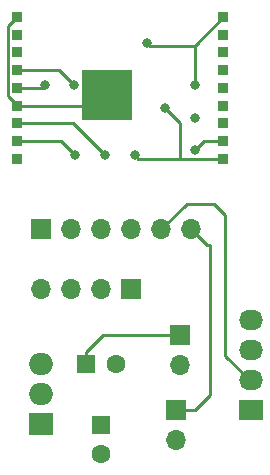
<source format=gbr>
G04 #@! TF.GenerationSoftware,KiCad,Pcbnew,5.0.2+dfsg1-1*
G04 #@! TF.CreationDate,2019-05-02T19:47:23-04:00*
G04 #@! TF.ProjectId,v1,76312e6b-6963-4616-945f-706362585858,rev?*
G04 #@! TF.SameCoordinates,Original*
G04 #@! TF.FileFunction,Copper,L2,Bot*
G04 #@! TF.FilePolarity,Positive*
%FSLAX46Y46*%
G04 Gerber Fmt 4.6, Leading zero omitted, Abs format (unit mm)*
G04 Created by KiCad (PCBNEW 5.0.2+dfsg1-1) date Thu 02 May 2019 07:47:23 PM EDT*
%MOMM*%
%LPD*%
G01*
G04 APERTURE LIST*
G04 #@! TA.AperFunction,ComponentPad*
%ADD10R,2.032000X1.727200*%
G04 #@! TD*
G04 #@! TA.AperFunction,ComponentPad*
%ADD11O,2.032000X1.727200*%
G04 #@! TD*
G04 #@! TA.AperFunction,ComponentPad*
%ADD12O,1.700000X1.700000*%
G04 #@! TD*
G04 #@! TA.AperFunction,ComponentPad*
%ADD13R,1.700000X1.700000*%
G04 #@! TD*
G04 #@! TA.AperFunction,ComponentPad*
%ADD14C,1.600000*%
G04 #@! TD*
G04 #@! TA.AperFunction,ComponentPad*
%ADD15R,1.600000X1.600000*%
G04 #@! TD*
G04 #@! TA.AperFunction,ComponentPad*
%ADD16R,2.000000X1.905000*%
G04 #@! TD*
G04 #@! TA.AperFunction,ComponentPad*
%ADD17O,2.000000X1.905000*%
G04 #@! TD*
G04 #@! TA.AperFunction,SMDPad,CuDef*
%ADD18R,0.850000X0.912500*%
G04 #@! TD*
G04 #@! TA.AperFunction,SMDPad,CuDef*
%ADD19R,4.300000X4.300000*%
G04 #@! TD*
G04 #@! TA.AperFunction,ViaPad*
%ADD20C,0.800000*%
G04 #@! TD*
G04 #@! TA.AperFunction,Conductor*
%ADD21C,0.250000*%
G04 #@! TD*
G04 APERTURE END LIST*
D10*
G04 #@! TO.P,U3,1*
G04 #@! TO.N,Net-(C2-Pad1)*
X125420899Y-121920000D03*
D11*
G04 #@! TO.P,U3,2*
G04 #@! TO.N,Net-(J2-Pad5)*
X125420899Y-119380000D03*
G04 #@! TO.P,U3,3*
G04 #@! TO.N,N/C*
X125420899Y-116840000D03*
G04 #@! TO.P,U3,4*
G04 #@! TO.N,Earth*
X125420899Y-114300000D03*
G04 #@! TD*
D12*
G04 #@! TO.P,J2,6*
G04 #@! TO.N,Net-(J2-Pad6)*
X120340899Y-106587584D03*
G04 #@! TO.P,J2,5*
G04 #@! TO.N,Net-(J2-Pad5)*
X117800899Y-106587584D03*
G04 #@! TO.P,J2,4*
G04 #@! TO.N,Earth*
X115260899Y-106587584D03*
G04 #@! TO.P,J2,3*
G04 #@! TO.N,Net-(J2-Pad3)*
X112720899Y-106587584D03*
G04 #@! TO.P,J2,2*
G04 #@! TO.N,Net-(J2-Pad2)*
X110180899Y-106587584D03*
D13*
G04 #@! TO.P,J2,1*
G04 #@! TO.N,Net-(C2-Pad1)*
X107640899Y-106587584D03*
G04 #@! TD*
D14*
G04 #@! TO.P,C2,2*
G04 #@! TO.N,Earth*
X112720899Y-125637584D03*
D15*
G04 #@! TO.P,C2,1*
G04 #@! TO.N,Net-(C2-Pad1)*
X112720899Y-123137584D03*
G04 #@! TD*
G04 #@! TO.P,C1,1*
G04 #@! TO.N,Net-(C1-Pad1)*
X111450899Y-118017584D03*
D14*
G04 #@! TO.P,C1,2*
G04 #@! TO.N,Earth*
X113950899Y-118017584D03*
G04 #@! TD*
D12*
G04 #@! TO.P,Prog1,2*
G04 #@! TO.N,Earth*
X119070899Y-124460000D03*
D13*
G04 #@! TO.P,Prog1,1*
G04 #@! TO.N,Net-(J2-Pad6)*
X119070899Y-121920000D03*
G04 #@! TD*
G04 #@! TO.P,Power1,1*
G04 #@! TO.N,Net-(C1-Pad1)*
X119380000Y-115570000D03*
D12*
G04 #@! TO.P,Power1,2*
G04 #@! TO.N,Earth*
X119380000Y-118110000D03*
G04 #@! TD*
D13*
G04 #@! TO.P,TTL1,1*
G04 #@! TO.N,Earth*
X115260899Y-111667584D03*
D12*
G04 #@! TO.P,TTL1,2*
G04 #@! TO.N,Net-(J2-Pad3)*
X112720899Y-111667584D03*
G04 #@! TO.P,TTL1,3*
G04 #@! TO.N,Net-(J2-Pad2)*
X110180899Y-111667584D03*
G04 #@! TO.P,TTL1,4*
G04 #@! TO.N,Net-(C2-Pad1)*
X107640899Y-111667584D03*
G04 #@! TD*
D16*
G04 #@! TO.P,U2,1*
G04 #@! TO.N,Earth*
X107640899Y-123097584D03*
D17*
G04 #@! TO.P,U2,2*
G04 #@! TO.N,Net-(C2-Pad1)*
X107640899Y-120557584D03*
G04 #@! TO.P,U2,3*
G04 #@! TO.N,Net-(C1-Pad1)*
X107640899Y-118017584D03*
G04 #@! TD*
D18*
G04 #@! TO.P,U1,18*
G04 #@! TO.N,Net-(J1-Pad4)*
X105562500Y-88615000D03*
G04 #@! TO.P,U1,17*
G04 #@! TO.N,Net-(U1-Pad17)*
X105562500Y-90115000D03*
G04 #@! TO.P,U1,16*
G04 #@! TO.N,Net-(U1-Pad16)*
X105562500Y-91615000D03*
G04 #@! TO.P,U1,15*
G04 #@! TO.N,Net-(R1-Pad2)*
X105562500Y-93115000D03*
G04 #@! TO.P,U1,14*
G04 #@! TO.N,Net-(J1-Pad5)*
X105562500Y-94615000D03*
G04 #@! TO.P,U1,13*
G04 #@! TO.N,Net-(J1-Pad4)*
X105562500Y-96115000D03*
G04 #@! TO.P,U1,12*
G04 #@! TO.N,Net-(J1-Pad3)*
X105562500Y-97615000D03*
G04 #@! TO.P,U1,11*
G04 #@! TO.N,Net-(J1-Pad2)*
X105562500Y-99115000D03*
G04 #@! TO.P,U1,10*
G04 #@! TO.N,Net-(U1-Pad10)*
X105562500Y-100615000D03*
G04 #@! TO.P,U1,9*
G04 #@! TO.N,Net-(J1-Pad4)*
X123037500Y-100615000D03*
G04 #@! TO.P,U1,8*
G04 #@! TO.N,Net-(J1-Pad6)*
X123037500Y-99115000D03*
G04 #@! TO.P,U1,7*
G04 #@! TO.N,Net-(U1-Pad7)*
X123037500Y-97615000D03*
G04 #@! TO.P,U1,6*
G04 #@! TO.N,Net-(R5-Pad1)*
X123037500Y-96115000D03*
G04 #@! TO.P,U1,5*
G04 #@! TO.N,Net-(U1-Pad5)*
X123037500Y-94615000D03*
G04 #@! TO.P,U1,4*
G04 #@! TO.N,Net-(U1-Pad4)*
X123037500Y-93115000D03*
G04 #@! TO.P,U1,3*
G04 #@! TO.N,Net-(U1-Pad3)*
X123037500Y-91615000D03*
G04 #@! TO.P,U1,2*
G04 #@! TO.N,Net-(R2-Pad2)*
X123037500Y-90115000D03*
G04 #@! TO.P,U1,1*
G04 #@! TO.N,Net-(J1-Pad1)*
X123037500Y-88615000D03*
D19*
G04 #@! TO.P,U1,19*
G04 #@! TO.N,Net-(J1-Pad4)*
X113180000Y-95195000D03*
G04 #@! TD*
D20*
G04 #@! TO.N,Net-(R1-Pad2)*
X110429998Y-94397500D03*
G04 #@! TO.N,Net-(R2-Pad2)*
X123037500Y-90115000D03*
G04 #@! TO.N,Net-(R5-Pad1)*
X123037500Y-96115000D03*
G04 #@! TO.N,Net-(J1-Pad1)*
X120650000Y-94397500D03*
X116622500Y-90805000D03*
G04 #@! TO.N,Net-(J1-Pad6)*
X120650000Y-97155000D03*
X120650000Y-99890000D03*
G04 #@! TO.N,Net-(J1-Pad5)*
X107950000Y-94397500D03*
G04 #@! TO.N,Net-(J1-Pad4)*
X113180000Y-95195000D03*
X115570000Y-100330000D03*
X118110000Y-96320000D03*
G04 #@! TO.N,Net-(J1-Pad3)*
X113030000Y-100330000D03*
G04 #@! TO.N,Net-(J1-Pad2)*
X110490000Y-100330000D03*
G04 #@! TD*
D21*
G04 #@! TO.N,Net-(R1-Pad2)*
X105792500Y-93345000D02*
X105562500Y-93115000D01*
X105562500Y-93115000D02*
X109147498Y-93115000D01*
X109147498Y-93115000D02*
X110429998Y-94397500D01*
G04 #@! TO.N,Net-(C1-Pad1)*
X118280000Y-115570000D02*
X119380000Y-115570000D01*
X112848483Y-115570000D02*
X118280000Y-115570000D01*
X111450899Y-116967584D02*
X112848483Y-115570000D01*
X111450899Y-118017584D02*
X111450899Y-116967584D01*
G04 #@! TO.N,Net-(J1-Pad1)*
X120650000Y-91033750D02*
X120650000Y-94397500D01*
X123037500Y-88646250D02*
X120650000Y-91033750D01*
X123037500Y-88615000D02*
X123037500Y-88646250D01*
X120650000Y-91033750D02*
X116851250Y-91033750D01*
X116851250Y-91033750D02*
X116622500Y-90805000D01*
G04 #@! TO.N,Net-(J1-Pad6)*
X123037500Y-99115000D02*
X121425000Y-99115000D01*
X121425000Y-99115000D02*
X120650000Y-99890000D01*
G04 #@! TO.N,Net-(J1-Pad5)*
X105562500Y-94615000D02*
X107732500Y-94615000D01*
X107732500Y-94615000D02*
X107950000Y-94397500D01*
G04 #@! TO.N,Net-(J1-Pad4)*
X105562500Y-96083750D02*
X105562500Y-96115000D01*
X104812499Y-95333749D02*
X105562500Y-96083750D01*
X104812499Y-89396251D02*
X104812499Y-95333749D01*
X105562500Y-88646250D02*
X104812499Y-89396251D01*
X105562500Y-88615000D02*
X105562500Y-88646250D01*
X112260000Y-96115000D02*
X113180000Y-95195000D01*
X105562500Y-96115000D02*
X112260000Y-96115000D01*
X115855000Y-100615000D02*
X115570000Y-100330000D01*
X119380000Y-97590000D02*
X118110000Y-96320000D01*
X119380000Y-100615000D02*
X119380000Y-97590000D01*
X119380000Y-100615000D02*
X115855000Y-100615000D01*
X123037500Y-100615000D02*
X119380000Y-100615000D01*
G04 #@! TO.N,Net-(J1-Pad3)*
X105562500Y-97615000D02*
X110315000Y-97615000D01*
X110315000Y-97615000D02*
X113030000Y-100330000D01*
G04 #@! TO.N,Net-(J1-Pad2)*
X105562500Y-99115000D02*
X109275000Y-99115000D01*
X109275000Y-99115000D02*
X110490000Y-100330000D01*
G04 #@! TO.N,Net-(J2-Pad5)*
X117800899Y-106587584D02*
X119940889Y-104447594D01*
X119940889Y-104447594D02*
X122227594Y-104447594D01*
X122227594Y-104447594D02*
X123190000Y-105410000D01*
X125268499Y-119380000D02*
X125420899Y-119380000D01*
X123190000Y-117301501D02*
X125268499Y-119380000D01*
X123190000Y-105410000D02*
X123190000Y-117301501D01*
G04 #@! TO.N,Net-(J2-Pad6)*
X119070899Y-121920000D02*
X120650000Y-121920000D01*
X120650000Y-121920000D02*
X121920000Y-120650000D01*
X121920000Y-120650000D02*
X121920000Y-107950000D01*
X121703315Y-107950000D02*
X120340899Y-106587584D01*
X121920000Y-107950000D02*
X121703315Y-107950000D01*
G04 #@! TD*
M02*

</source>
